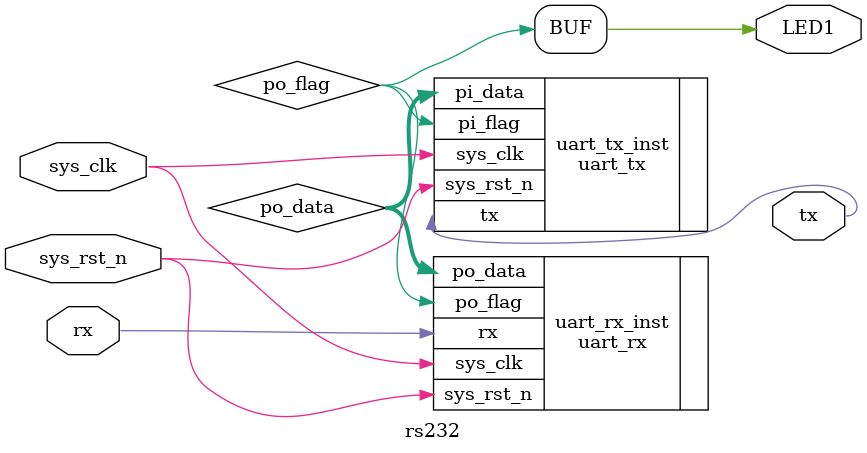
<source format=v>
`timescale  1ns/1ns

module  rs232
(
    input   wire    sys_clk     ,   //系统时钟50MHz
    input   wire    sys_rst_n   ,   //全局复位
    input   wire    rx          ,   //串口接收数据

    output  wire    tx          ,    //串口发送数据
	 output  wire    LED1              //串口发送数据
);

//********************************************************************//
//****************** Parameter and Internal Signal *******************//
//********************************************************************//
//parameter define
parameter   UART_BPS    =   14'd9600        ,   //比特率
            CLK_FREQ    =   26'd40_000_000  ;   //时钟频率

//wire  define
wire    [7:0]   po_data;
wire            po_flag;
reg       pi_flag;
reg     [7:0]  pi_data;
reg		[19:0]t;

always@(posedge sys_clk) begin

	if(t < 20'd250000)begin	//10ms
		  t <= t + 1'b1;
		  pi_flag<=0;
	end	
	else begin
		t <= 0;
		pi_flag<=1;
		pi_data<=pi_data+1;
	end	
end
	

assign LED1=po_flag;//pi_flag;

//固定发送
//reg   [7:0]  pi_data;

//********************************************************************//
//*************************** Instantiation **************************//
//********************************************************************//
//------------------------ uart_rx_inst ------------------------
uart_rx
#(
    .UART_BPS    (UART_BPS  ),  //串口波特率
    .CLK_FREQ    (CLK_FREQ  )   //时钟频率
)
uart_rx_inst
(
    .sys_clk    (sys_clk    ),  //input             sys_clk
    .sys_rst_n  (sys_rst_n  ),  //input             sys_rst_n
    .rx         (rx         ),  //input             rx
            
    .po_data    (po_data    ),  //output    [7:0]   po_data
    .po_flag    (po_flag    )   //output            po_flag
);

//------------------------ uart_tx_inst ------------------------
uart_tx
#(
    .UART_BPS    (UART_BPS  ),  //串口波特率
    .CLK_FREQ    (CLK_FREQ  )   //时钟频率
)
uart_tx_inst
(
    .sys_clk    (sys_clk    ),  //input             sys_clk
    .sys_rst_n  (sys_rst_n  ),  //input             sys_rst_n
    .pi_data    (po_data    ),  //input     [7:0]   pi_data
    .pi_flag    (po_flag    ),  //input             pi_flag
                
    .tx         (tx         )   //output            tx
);

endmodule

</source>
